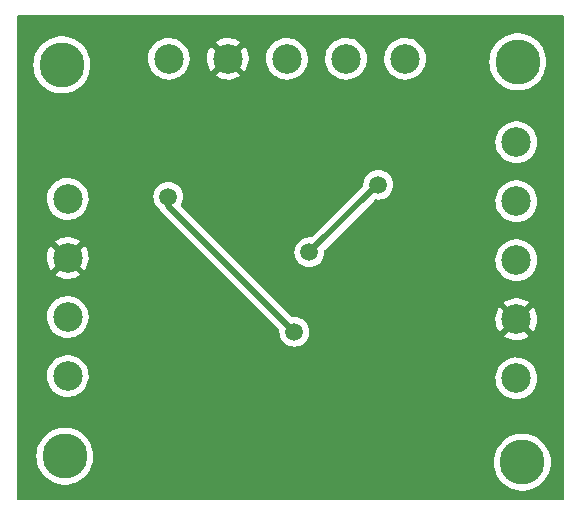
<source format=gbr>
%TF.GenerationSoftware,KiCad,Pcbnew,6.0.2+dfsg-1*%
%TF.CreationDate,2023-04-17T16:54:49+02:00*%
%TF.ProjectId,vl53l0x_conn_PCB,766c3533-6c30-4785-9f63-6f6e6e5f5043,rev?*%
%TF.SameCoordinates,Original*%
%TF.FileFunction,Copper,L1,Top*%
%TF.FilePolarity,Positive*%
%FSLAX46Y46*%
G04 Gerber Fmt 4.6, Leading zero omitted, Abs format (unit mm)*
G04 Created by KiCad (PCBNEW 6.0.2+dfsg-1) date 2023-04-17 16:54:49*
%MOMM*%
%LPD*%
G01*
G04 APERTURE LIST*
%TA.AperFunction,ComponentPad*%
%ADD10C,2.500000*%
%TD*%
%TA.AperFunction,ComponentPad*%
%ADD11C,3.800000*%
%TD*%
%TA.AperFunction,ViaPad*%
%ADD12C,1.500000*%
%TD*%
%TA.AperFunction,Conductor*%
%ADD13C,0.500000*%
%TD*%
G04 APERTURE END LIST*
D10*
%TO.P,J1,1,Pin_1*%
%TO.N,/XSHUT*%
X68961000Y-31943000D03*
%TO.P,J1,2,Pin_2*%
%TO.N,/SDA*%
X68961000Y-36943000D03*
%TO.P,J1,3,Pin_3*%
%TO.N,/SCL*%
X68961000Y-41943000D03*
%TO.P,J1,4,Pin_4*%
%TO.N,/GND*%
X68961000Y-46943000D03*
%TO.P,J1,5,Pin_5*%
%TO.N,/VCC*%
X68961000Y-51943000D03*
%TD*%
D11*
%TO.P,H3,3*%
%TO.N,N/C*%
X30734000Y-58547000D03*
%TD*%
D10*
%TO.P,J3,1,Pin_1*%
%TO.N,/VCC*%
X30988000Y-36751000D03*
%TO.P,J3,2,Pin_2*%
%TO.N,/GND*%
X30988000Y-41751000D03*
%TO.P,J3,3,Pin_3*%
%TO.N,/SCL*%
X30988000Y-46751000D03*
%TO.P,J3,4,Pin_4*%
%TO.N,/SDA*%
X30988000Y-51751000D03*
%TD*%
D11*
%TO.P,H4,2*%
%TO.N,N/C*%
X69088000Y-25146000D03*
%TD*%
%TO.P,H1,1*%
%TO.N,N/C*%
X30480000Y-25400000D03*
%TD*%
%TO.P,H2,4*%
%TO.N,N/C*%
X69469000Y-59055000D03*
%TD*%
D10*
%TO.P,J2,1,Pin_1*%
%TO.N,/VCC*%
X39545000Y-24892000D03*
%TO.P,J2,2,Pin_2*%
%TO.N,/GND*%
X44545000Y-24892000D03*
%TO.P,J2,3,Pin_3*%
%TO.N,/SCL*%
X49545000Y-24892000D03*
%TO.P,J2,4,Pin_4*%
%TO.N,/SDA*%
X54545000Y-24892000D03*
%TO.P,J2,5,Pin_5*%
%TO.N,/XSHUT*%
X59545000Y-24892000D03*
%TD*%
D12*
%TO.N,/VCC*%
X39497000Y-36576000D03*
X50165000Y-48006000D03*
%TO.N,/SDA*%
X57277000Y-35560000D03*
X51435000Y-41275000D03*
%TD*%
D13*
%TO.N,/VCC*%
X50165000Y-48006000D02*
X39497000Y-37338000D01*
X39497000Y-37338000D02*
X39497000Y-36576000D01*
%TO.N,/SDA*%
X51435000Y-41275000D02*
X57150000Y-35560000D01*
%TD*%
%TA.AperFunction,Conductor*%
%TO.N,/GND*%
G36*
X72967121Y-21229002D02*
G01*
X73013614Y-21282658D01*
X73025000Y-21335000D01*
X73025000Y-62104000D01*
X73004998Y-62172121D01*
X72951342Y-62218614D01*
X72899000Y-62230000D01*
X26796000Y-62230000D01*
X26727879Y-62209998D01*
X26681386Y-62156342D01*
X26670000Y-62104000D01*
X26670000Y-58547000D01*
X28320738Y-58547000D01*
X28339767Y-58849462D01*
X28396555Y-59147154D01*
X28490206Y-59435381D01*
X28619242Y-59709598D01*
X28781630Y-59965480D01*
X28974808Y-60198992D01*
X29195729Y-60406450D01*
X29440910Y-60584584D01*
X29706483Y-60730585D01*
X29710152Y-60732038D01*
X29710157Y-60732040D01*
X29984591Y-60840696D01*
X29988261Y-60842149D01*
X30281800Y-60917516D01*
X30582470Y-60955500D01*
X30885530Y-60955500D01*
X31186200Y-60917516D01*
X31479739Y-60842149D01*
X31483409Y-60840696D01*
X31757843Y-60732040D01*
X31757848Y-60732038D01*
X31761517Y-60730585D01*
X32027090Y-60584584D01*
X32272271Y-60406450D01*
X32493192Y-60198992D01*
X32686370Y-59965480D01*
X32848758Y-59709598D01*
X32977794Y-59435381D01*
X33071445Y-59147154D01*
X33089024Y-59055000D01*
X67055738Y-59055000D01*
X67074767Y-59357462D01*
X67131555Y-59655154D01*
X67225206Y-59943381D01*
X67226893Y-59946967D01*
X67226895Y-59946971D01*
X67279864Y-60059536D01*
X67354242Y-60217598D01*
X67516630Y-60473480D01*
X67709808Y-60706992D01*
X67930729Y-60914450D01*
X68175910Y-61092584D01*
X68441483Y-61238585D01*
X68445152Y-61240038D01*
X68445157Y-61240040D01*
X68719591Y-61348696D01*
X68723261Y-61350149D01*
X69016800Y-61425516D01*
X69317470Y-61463500D01*
X69620530Y-61463500D01*
X69921200Y-61425516D01*
X70214739Y-61350149D01*
X70218409Y-61348696D01*
X70492843Y-61240040D01*
X70492848Y-61240038D01*
X70496517Y-61238585D01*
X70762090Y-61092584D01*
X71007271Y-60914450D01*
X71228192Y-60706992D01*
X71421370Y-60473480D01*
X71583758Y-60217598D01*
X71658136Y-60059536D01*
X71711105Y-59946971D01*
X71711107Y-59946967D01*
X71712794Y-59943381D01*
X71806445Y-59655154D01*
X71863233Y-59357462D01*
X71882262Y-59055000D01*
X71863233Y-58752538D01*
X71806445Y-58454846D01*
X71712794Y-58166619D01*
X71583758Y-57892402D01*
X71421370Y-57636520D01*
X71228192Y-57403008D01*
X71007271Y-57195550D01*
X70762090Y-57017416D01*
X70496517Y-56871415D01*
X70492848Y-56869962D01*
X70492843Y-56869960D01*
X70218409Y-56761304D01*
X70218408Y-56761304D01*
X70214739Y-56759851D01*
X69921200Y-56684484D01*
X69620530Y-56646500D01*
X69317470Y-56646500D01*
X69016800Y-56684484D01*
X68723261Y-56759851D01*
X68719592Y-56761304D01*
X68719591Y-56761304D01*
X68445157Y-56869960D01*
X68445152Y-56869962D01*
X68441483Y-56871415D01*
X68175910Y-57017416D01*
X67930729Y-57195550D01*
X67709808Y-57403008D01*
X67516630Y-57636520D01*
X67354242Y-57892402D01*
X67225206Y-58166619D01*
X67131555Y-58454846D01*
X67074767Y-58752538D01*
X67055738Y-59055000D01*
X33089024Y-59055000D01*
X33128233Y-58849462D01*
X33147262Y-58547000D01*
X33128233Y-58244538D01*
X33071445Y-57946846D01*
X32977794Y-57658619D01*
X32965961Y-57633471D01*
X32857513Y-57403008D01*
X32848758Y-57384402D01*
X32686370Y-57128520D01*
X32493192Y-56895008D01*
X32272271Y-56687550D01*
X32027090Y-56509416D01*
X31761517Y-56363415D01*
X31757848Y-56361962D01*
X31757843Y-56361960D01*
X31483409Y-56253304D01*
X31483408Y-56253304D01*
X31479739Y-56251851D01*
X31186200Y-56176484D01*
X30885530Y-56138500D01*
X30582470Y-56138500D01*
X30281800Y-56176484D01*
X29988261Y-56251851D01*
X29984592Y-56253304D01*
X29984591Y-56253304D01*
X29710157Y-56361960D01*
X29710152Y-56361962D01*
X29706483Y-56363415D01*
X29440910Y-56509416D01*
X29195729Y-56687550D01*
X28974808Y-56895008D01*
X28781630Y-57128520D01*
X28619242Y-57384402D01*
X28610487Y-57403008D01*
X28502040Y-57633471D01*
X28490206Y-57658619D01*
X28396555Y-57946846D01*
X28339767Y-58244538D01*
X28320738Y-58547000D01*
X26670000Y-58547000D01*
X26670000Y-51704839D01*
X29225173Y-51704839D01*
X29237713Y-51965908D01*
X29288704Y-52222256D01*
X29377026Y-52468252D01*
X29379242Y-52472376D01*
X29480191Y-52660252D01*
X29500737Y-52698491D01*
X29503532Y-52702234D01*
X29503534Y-52702237D01*
X29654330Y-52904177D01*
X29654335Y-52904183D01*
X29657122Y-52907915D01*
X29660431Y-52911195D01*
X29660436Y-52911201D01*
X29839426Y-53088635D01*
X29842743Y-53091923D01*
X29846505Y-53094681D01*
X29846508Y-53094684D01*
X29986400Y-53197257D01*
X30053524Y-53246474D01*
X30057667Y-53248654D01*
X30057669Y-53248655D01*
X30280684Y-53365989D01*
X30280689Y-53365991D01*
X30284834Y-53368172D01*
X30531590Y-53454344D01*
X30536183Y-53455216D01*
X30783785Y-53502224D01*
X30783788Y-53502224D01*
X30788374Y-53503095D01*
X30918958Y-53508226D01*
X31044875Y-53513174D01*
X31044881Y-53513174D01*
X31049543Y-53513357D01*
X31128977Y-53504657D01*
X31304707Y-53485412D01*
X31304712Y-53485411D01*
X31309360Y-53484902D01*
X31422116Y-53455216D01*
X31557594Y-53419548D01*
X31557596Y-53419547D01*
X31562117Y-53418357D01*
X31802262Y-53315182D01*
X32024519Y-53177646D01*
X32028082Y-53174629D01*
X32028087Y-53174626D01*
X32220439Y-53011787D01*
X32220440Y-53011786D01*
X32224005Y-53008768D01*
X32324446Y-52894237D01*
X32393257Y-52815774D01*
X32393261Y-52815769D01*
X32396339Y-52812259D01*
X32416976Y-52780176D01*
X32535205Y-52596367D01*
X32537733Y-52592437D01*
X32645083Y-52354129D01*
X32716030Y-52102572D01*
X32732832Y-51970496D01*
X32742202Y-51896839D01*
X67198173Y-51896839D01*
X67198397Y-51901505D01*
X67198397Y-51901511D01*
X67201711Y-51970496D01*
X67210713Y-52157908D01*
X67261704Y-52414256D01*
X67350026Y-52660252D01*
X67352242Y-52664376D01*
X67416753Y-52784437D01*
X67473737Y-52890491D01*
X67476532Y-52894234D01*
X67476534Y-52894237D01*
X67627330Y-53096177D01*
X67627335Y-53096183D01*
X67630122Y-53099915D01*
X67633431Y-53103195D01*
X67633436Y-53103201D01*
X67780166Y-53248655D01*
X67815743Y-53283923D01*
X67819505Y-53286681D01*
X67819508Y-53286684D01*
X67996570Y-53416511D01*
X68026524Y-53438474D01*
X68030667Y-53440654D01*
X68030669Y-53440655D01*
X68253684Y-53557989D01*
X68253689Y-53557991D01*
X68257834Y-53560172D01*
X68504590Y-53646344D01*
X68509183Y-53647216D01*
X68756785Y-53694224D01*
X68756788Y-53694224D01*
X68761374Y-53695095D01*
X68891958Y-53700226D01*
X69017875Y-53705174D01*
X69017881Y-53705174D01*
X69022543Y-53705357D01*
X69101977Y-53696657D01*
X69277707Y-53677412D01*
X69277712Y-53677411D01*
X69282360Y-53676902D01*
X69395116Y-53647216D01*
X69530594Y-53611548D01*
X69530596Y-53611547D01*
X69535117Y-53610357D01*
X69775262Y-53507182D01*
X69918803Y-53418357D01*
X69993547Y-53372104D01*
X69993548Y-53372104D01*
X69997519Y-53369646D01*
X70001082Y-53366629D01*
X70001087Y-53366626D01*
X70193439Y-53203787D01*
X70193440Y-53203786D01*
X70197005Y-53200768D01*
X70288729Y-53096177D01*
X70366257Y-53007774D01*
X70366261Y-53007769D01*
X70369339Y-53004259D01*
X70510733Y-52784437D01*
X70618083Y-52546129D01*
X70656567Y-52409676D01*
X70687760Y-52299076D01*
X70687761Y-52299073D01*
X70689030Y-52294572D01*
X70705832Y-52162496D01*
X70721616Y-52038421D01*
X70721616Y-52038417D01*
X70722014Y-52035291D01*
X70724431Y-51943000D01*
X70707080Y-51709511D01*
X70705407Y-51687000D01*
X70705406Y-51686996D01*
X70705061Y-51682348D01*
X70693725Y-51632248D01*
X70660585Y-51485794D01*
X70647377Y-51427423D01*
X70552647Y-51183823D01*
X70422951Y-50956902D01*
X70261138Y-50751643D01*
X70070763Y-50572557D01*
X69856009Y-50423576D01*
X69851816Y-50421508D01*
X69625781Y-50310040D01*
X69625778Y-50310039D01*
X69621593Y-50307975D01*
X69575449Y-50293204D01*
X69377123Y-50229720D01*
X69372665Y-50228293D01*
X69114693Y-50186279D01*
X69000942Y-50184790D01*
X68858022Y-50182919D01*
X68858019Y-50182919D01*
X68853345Y-50182858D01*
X68594362Y-50218104D01*
X68589876Y-50219412D01*
X68589874Y-50219412D01*
X68538998Y-50234241D01*
X68343433Y-50291243D01*
X68339180Y-50293203D01*
X68339179Y-50293204D01*
X68302659Y-50310040D01*
X68106072Y-50400668D01*
X68067067Y-50426241D01*
X67891404Y-50541410D01*
X67891399Y-50541414D01*
X67887491Y-50543976D01*
X67692494Y-50718018D01*
X67525363Y-50918970D01*
X67389771Y-51142419D01*
X67288697Y-51383455D01*
X67224359Y-51636783D01*
X67198173Y-51896839D01*
X32742202Y-51896839D01*
X32748616Y-51846421D01*
X32748616Y-51846417D01*
X32749014Y-51843291D01*
X32751431Y-51751000D01*
X32732061Y-51490348D01*
X32720725Y-51440248D01*
X32675408Y-51239980D01*
X32674377Y-51235423D01*
X32579647Y-50991823D01*
X32449951Y-50764902D01*
X32288138Y-50559643D01*
X32097763Y-50380557D01*
X31883009Y-50231576D01*
X31858343Y-50219412D01*
X31652781Y-50118040D01*
X31652778Y-50118039D01*
X31648593Y-50115975D01*
X31602449Y-50101204D01*
X31404123Y-50037720D01*
X31399665Y-50036293D01*
X31141693Y-49994279D01*
X31027942Y-49992790D01*
X30885022Y-49990919D01*
X30885019Y-49990919D01*
X30880345Y-49990858D01*
X30621362Y-50026104D01*
X30370433Y-50099243D01*
X30366180Y-50101203D01*
X30366179Y-50101204D01*
X30329659Y-50118040D01*
X30133072Y-50208668D01*
X30094067Y-50234241D01*
X29918404Y-50349410D01*
X29918399Y-50349414D01*
X29914491Y-50351976D01*
X29719494Y-50526018D01*
X29552363Y-50726970D01*
X29549934Y-50730973D01*
X29433426Y-50922973D01*
X29416771Y-50950419D01*
X29315697Y-51191455D01*
X29251359Y-51444783D01*
X29225173Y-51704839D01*
X26670000Y-51704839D01*
X26670000Y-46704839D01*
X29225173Y-46704839D01*
X29237713Y-46965908D01*
X29288704Y-47222256D01*
X29377026Y-47468252D01*
X29379242Y-47472376D01*
X29443753Y-47592437D01*
X29500737Y-47698491D01*
X29503532Y-47702234D01*
X29503534Y-47702237D01*
X29654330Y-47904177D01*
X29654335Y-47904183D01*
X29657122Y-47907915D01*
X29660431Y-47911195D01*
X29660436Y-47911201D01*
X29839426Y-48088635D01*
X29842743Y-48091923D01*
X29846505Y-48094681D01*
X29846508Y-48094684D01*
X30017273Y-48219894D01*
X30053524Y-48246474D01*
X30057667Y-48248654D01*
X30057669Y-48248655D01*
X30280684Y-48365989D01*
X30280689Y-48365991D01*
X30284834Y-48368172D01*
X30294937Y-48371700D01*
X30491166Y-48440227D01*
X30531590Y-48454344D01*
X30536183Y-48455216D01*
X30783785Y-48502224D01*
X30783788Y-48502224D01*
X30788374Y-48503095D01*
X30918958Y-48508226D01*
X31044875Y-48513174D01*
X31044881Y-48513174D01*
X31049543Y-48513357D01*
X31132460Y-48504276D01*
X31304707Y-48485412D01*
X31304712Y-48485411D01*
X31309360Y-48484902D01*
X31422116Y-48455216D01*
X31557594Y-48419548D01*
X31557596Y-48419547D01*
X31562117Y-48418357D01*
X31802262Y-48315182D01*
X32024519Y-48177646D01*
X32028082Y-48174629D01*
X32028087Y-48174626D01*
X32220439Y-48011787D01*
X32220440Y-48011786D01*
X32224005Y-48008768D01*
X32324682Y-47893968D01*
X32393257Y-47815774D01*
X32393261Y-47815769D01*
X32396339Y-47812259D01*
X32537733Y-47592437D01*
X32645083Y-47354129D01*
X32699147Y-47162435D01*
X32714760Y-47107076D01*
X32714761Y-47107073D01*
X32716030Y-47102572D01*
X32724194Y-47038396D01*
X32748616Y-46846421D01*
X32748616Y-46846417D01*
X32749014Y-46843291D01*
X32749593Y-46821205D01*
X32750422Y-46789527D01*
X32751431Y-46751000D01*
X32747655Y-46700185D01*
X32732407Y-46495000D01*
X32732406Y-46494996D01*
X32732061Y-46490348D01*
X32720725Y-46440248D01*
X32675408Y-46239980D01*
X32674377Y-46235423D01*
X32579647Y-45991823D01*
X32562168Y-45961240D01*
X32452270Y-45768960D01*
X32449951Y-45764902D01*
X32288138Y-45559643D01*
X32097763Y-45380557D01*
X31883009Y-45231576D01*
X31878816Y-45229508D01*
X31652781Y-45118040D01*
X31652778Y-45118039D01*
X31648593Y-45115975D01*
X31602449Y-45101204D01*
X31404123Y-45037720D01*
X31399665Y-45036293D01*
X31141693Y-44994279D01*
X31027942Y-44992790D01*
X30885022Y-44990919D01*
X30885019Y-44990919D01*
X30880345Y-44990858D01*
X30621362Y-45026104D01*
X30370433Y-45099243D01*
X30366180Y-45101203D01*
X30366179Y-45101204D01*
X30329659Y-45118040D01*
X30133072Y-45208668D01*
X30094067Y-45234241D01*
X29918404Y-45349410D01*
X29918399Y-45349414D01*
X29914491Y-45351976D01*
X29910999Y-45355093D01*
X29724478Y-45521570D01*
X29719494Y-45526018D01*
X29552363Y-45726970D01*
X29549934Y-45730973D01*
X29433253Y-45923258D01*
X29416771Y-45950419D01*
X29315697Y-46191455D01*
X29251359Y-46444783D01*
X29225173Y-46704839D01*
X26670000Y-46704839D01*
X26670000Y-43160133D01*
X29943612Y-43160133D01*
X29952325Y-43171653D01*
X30050018Y-43243284D01*
X30057928Y-43248227D01*
X30280890Y-43365533D01*
X30289453Y-43369256D01*
X30527304Y-43452318D01*
X30536313Y-43454732D01*
X30783842Y-43501727D01*
X30793098Y-43502781D01*
X31044857Y-43512673D01*
X31054171Y-43512347D01*
X31304615Y-43484920D01*
X31313792Y-43483219D01*
X31557431Y-43419074D01*
X31566251Y-43416037D01*
X31797736Y-43316583D01*
X31806008Y-43312276D01*
X32020249Y-43179700D01*
X32027188Y-43174658D01*
X32035518Y-43162019D01*
X32029456Y-43151666D01*
X31000812Y-42123022D01*
X30986868Y-42115408D01*
X30985035Y-42115539D01*
X30978420Y-42119790D01*
X29950270Y-43147940D01*
X29943612Y-43160133D01*
X26670000Y-43160133D01*
X26670000Y-41709523D01*
X29225898Y-41709523D01*
X29237987Y-41961175D01*
X29239124Y-41970435D01*
X29288274Y-42217535D01*
X29290768Y-42226528D01*
X29375900Y-42463639D01*
X29379700Y-42472174D01*
X29498946Y-42694101D01*
X29503957Y-42701968D01*
X29567446Y-42786990D01*
X29578704Y-42795439D01*
X29591123Y-42788667D01*
X30615978Y-41763812D01*
X30622356Y-41752132D01*
X31352408Y-41752132D01*
X31352539Y-41753965D01*
X31356790Y-41760580D01*
X32387913Y-42791703D01*
X32400293Y-42798463D01*
X32408634Y-42792219D01*
X32534765Y-42596127D01*
X32539212Y-42587936D01*
X32642691Y-42358222D01*
X32645882Y-42349455D01*
X32714269Y-42106976D01*
X32716129Y-42097834D01*
X32748116Y-41846396D01*
X32748597Y-41840108D01*
X32750847Y-41754160D01*
X32750696Y-41747851D01*
X32731912Y-41495074D01*
X32730536Y-41485868D01*
X32674929Y-41240126D01*
X32672205Y-41231215D01*
X32580888Y-40996392D01*
X32576877Y-40987983D01*
X32451854Y-40769240D01*
X32446643Y-40761514D01*
X32409391Y-40714261D01*
X32397466Y-40705790D01*
X32385934Y-40712276D01*
X31360022Y-41738188D01*
X31352408Y-41752132D01*
X30622356Y-41752132D01*
X30623592Y-41749868D01*
X30623461Y-41748035D01*
X30619210Y-41741420D01*
X29589321Y-40711531D01*
X29576013Y-40704264D01*
X29565974Y-40711386D01*
X29555761Y-40723666D01*
X29550346Y-40731258D01*
X29419646Y-40946646D01*
X29415408Y-40954963D01*
X29317981Y-41187299D01*
X29315020Y-41196149D01*
X29253006Y-41440331D01*
X29251384Y-41449528D01*
X29226143Y-41700198D01*
X29225898Y-41709523D01*
X26670000Y-41709523D01*
X26670000Y-40339803D01*
X29941216Y-40339803D01*
X29945789Y-40349579D01*
X30975188Y-41378978D01*
X30989132Y-41386592D01*
X30990965Y-41386461D01*
X30997580Y-41382210D01*
X32026419Y-40353371D01*
X32032803Y-40341681D01*
X32023391Y-40329570D01*
X31886593Y-40234670D01*
X31878565Y-40229942D01*
X31652593Y-40118505D01*
X31643960Y-40115017D01*
X31403998Y-40038205D01*
X31394938Y-40036029D01*
X31146260Y-39995529D01*
X31136973Y-39994717D01*
X30885053Y-39991419D01*
X30875742Y-39991989D01*
X30626097Y-40025964D01*
X30616978Y-40027902D01*
X30375098Y-40098404D01*
X30366367Y-40101667D01*
X30137558Y-40207151D01*
X30129406Y-40211670D01*
X29950353Y-40329062D01*
X29941216Y-40339803D01*
X26670000Y-40339803D01*
X26670000Y-36704839D01*
X29225173Y-36704839D01*
X29225397Y-36709505D01*
X29225397Y-36709511D01*
X29230840Y-36822828D01*
X29237713Y-36965908D01*
X29288704Y-37222256D01*
X29377026Y-37468252D01*
X29379242Y-37472376D01*
X29494057Y-37686058D01*
X29500737Y-37698491D01*
X29503532Y-37702234D01*
X29503534Y-37702237D01*
X29654330Y-37904177D01*
X29654335Y-37904183D01*
X29657122Y-37907915D01*
X29660431Y-37911195D01*
X29660436Y-37911201D01*
X29839426Y-38088635D01*
X29842743Y-38091923D01*
X29846505Y-38094681D01*
X29846508Y-38094684D01*
X29986400Y-38197257D01*
X30053524Y-38246474D01*
X30057667Y-38248654D01*
X30057669Y-38248655D01*
X30280684Y-38365989D01*
X30280689Y-38365991D01*
X30284834Y-38368172D01*
X30531590Y-38454344D01*
X30536183Y-38455216D01*
X30783785Y-38502224D01*
X30783788Y-38502224D01*
X30788374Y-38503095D01*
X30918958Y-38508226D01*
X31044875Y-38513174D01*
X31044881Y-38513174D01*
X31049543Y-38513357D01*
X31128977Y-38504657D01*
X31304707Y-38485412D01*
X31304712Y-38485411D01*
X31309360Y-38484902D01*
X31422116Y-38455216D01*
X31557594Y-38419548D01*
X31557596Y-38419547D01*
X31562117Y-38418357D01*
X31802262Y-38315182D01*
X32024519Y-38177646D01*
X32028082Y-38174629D01*
X32028087Y-38174626D01*
X32220439Y-38011787D01*
X32220440Y-38011786D01*
X32224005Y-38008768D01*
X32324446Y-37894237D01*
X32393257Y-37815774D01*
X32393261Y-37815769D01*
X32396339Y-37812259D01*
X32402739Y-37802310D01*
X32535205Y-37596367D01*
X32537733Y-37592437D01*
X32645083Y-37354129D01*
X32646353Y-37349626D01*
X32714760Y-37107076D01*
X32714761Y-37107073D01*
X32716030Y-37102572D01*
X32732832Y-36970496D01*
X32748616Y-36846421D01*
X32748616Y-36846417D01*
X32749014Y-36843291D01*
X32749538Y-36823307D01*
X32751348Y-36754160D01*
X32751431Y-36751000D01*
X32738426Y-36576000D01*
X38233693Y-36576000D01*
X38252885Y-36795371D01*
X38309880Y-37008076D01*
X38312205Y-37013061D01*
X38400618Y-37202666D01*
X38400621Y-37202671D01*
X38402944Y-37207653D01*
X38406100Y-37212160D01*
X38406101Y-37212162D01*
X38505508Y-37354129D01*
X38529251Y-37388038D01*
X38684962Y-37543749D01*
X38755937Y-37593447D01*
X38798229Y-37644206D01*
X38800390Y-37648925D01*
X38802649Y-37655899D01*
X38806453Y-37662168D01*
X38808965Y-37667654D01*
X38811668Y-37673053D01*
X38814167Y-37679937D01*
X38818180Y-37686057D01*
X38818180Y-37686058D01*
X38854186Y-37740976D01*
X38856523Y-37744680D01*
X38894405Y-37807107D01*
X38898121Y-37811315D01*
X38898122Y-37811316D01*
X38901803Y-37815484D01*
X38901776Y-37815508D01*
X38904429Y-37818500D01*
X38907132Y-37821733D01*
X38911144Y-37827852D01*
X38916456Y-37832884D01*
X38967383Y-37881128D01*
X38969825Y-37883506D01*
X48875482Y-47789163D01*
X48909508Y-47851475D01*
X48911908Y-47889239D01*
X48903317Y-47987439D01*
X48901693Y-48006000D01*
X48920885Y-48225371D01*
X48977880Y-48438076D01*
X49010758Y-48508583D01*
X49068618Y-48632666D01*
X49068621Y-48632671D01*
X49070944Y-48637653D01*
X49074100Y-48642160D01*
X49074101Y-48642162D01*
X49117644Y-48704347D01*
X49197251Y-48818038D01*
X49352962Y-48973749D01*
X49533346Y-49100056D01*
X49732924Y-49193120D01*
X49945629Y-49250115D01*
X50165000Y-49269307D01*
X50384371Y-49250115D01*
X50597076Y-49193120D01*
X50796654Y-49100056D01*
X50977038Y-48973749D01*
X51132749Y-48818038D01*
X51212357Y-48704347D01*
X51255899Y-48642162D01*
X51255900Y-48642160D01*
X51259056Y-48637653D01*
X51261379Y-48632671D01*
X51261382Y-48632666D01*
X51319242Y-48508583D01*
X51352120Y-48438076D01*
X51375149Y-48352133D01*
X67916612Y-48352133D01*
X67925325Y-48363653D01*
X68023018Y-48435284D01*
X68030928Y-48440227D01*
X68253890Y-48557533D01*
X68262453Y-48561256D01*
X68500304Y-48644318D01*
X68509313Y-48646732D01*
X68756842Y-48693727D01*
X68766098Y-48694781D01*
X69017857Y-48704673D01*
X69027171Y-48704347D01*
X69277615Y-48676920D01*
X69286792Y-48675219D01*
X69530431Y-48611074D01*
X69539251Y-48608037D01*
X69770736Y-48508583D01*
X69779008Y-48504276D01*
X69993249Y-48371700D01*
X70000188Y-48366658D01*
X70008518Y-48354019D01*
X70002456Y-48343666D01*
X68973812Y-47315022D01*
X68959868Y-47307408D01*
X68958035Y-47307539D01*
X68951420Y-47311790D01*
X67923270Y-48339940D01*
X67916612Y-48352133D01*
X51375149Y-48352133D01*
X51409115Y-48225371D01*
X51428307Y-48006000D01*
X51409115Y-47786629D01*
X51352120Y-47573924D01*
X51304768Y-47472376D01*
X51261382Y-47379334D01*
X51261379Y-47379329D01*
X51259056Y-47374347D01*
X51206281Y-47298976D01*
X51135908Y-47198473D01*
X51135906Y-47198470D01*
X51132749Y-47193962D01*
X50977038Y-47038251D01*
X50796654Y-46911944D01*
X50774306Y-46901523D01*
X67198898Y-46901523D01*
X67210987Y-47153175D01*
X67212124Y-47162435D01*
X67261274Y-47409535D01*
X67263768Y-47418528D01*
X67348900Y-47655639D01*
X67352700Y-47664174D01*
X67471946Y-47886101D01*
X67476957Y-47893968D01*
X67540446Y-47978990D01*
X67551704Y-47987439D01*
X67564123Y-47980667D01*
X68588978Y-46955812D01*
X68595356Y-46944132D01*
X69325408Y-46944132D01*
X69325539Y-46945965D01*
X69329790Y-46952580D01*
X70360913Y-47983703D01*
X70373293Y-47990463D01*
X70381634Y-47984219D01*
X70507765Y-47788127D01*
X70512212Y-47779936D01*
X70615691Y-47550222D01*
X70618882Y-47541455D01*
X70687269Y-47298976D01*
X70689129Y-47289834D01*
X70721116Y-47038396D01*
X70721597Y-47032108D01*
X70723847Y-46946160D01*
X70723696Y-46939851D01*
X70704912Y-46687074D01*
X70703536Y-46677868D01*
X70647929Y-46432126D01*
X70645205Y-46423215D01*
X70553888Y-46188392D01*
X70549877Y-46179983D01*
X70424854Y-45961240D01*
X70419643Y-45953514D01*
X70382391Y-45906261D01*
X70370466Y-45897790D01*
X70358934Y-45904276D01*
X69333022Y-46930188D01*
X69325408Y-46944132D01*
X68595356Y-46944132D01*
X68596592Y-46941868D01*
X68596461Y-46940035D01*
X68592210Y-46933420D01*
X67562321Y-45903531D01*
X67549013Y-45896264D01*
X67538974Y-45903386D01*
X67528761Y-45915666D01*
X67523346Y-45923258D01*
X67392646Y-46138646D01*
X67388408Y-46146963D01*
X67290981Y-46379299D01*
X67288020Y-46388149D01*
X67226006Y-46632331D01*
X67224384Y-46641528D01*
X67199143Y-46892198D01*
X67198898Y-46901523D01*
X50774306Y-46901523D01*
X50597076Y-46818880D01*
X50384371Y-46761885D01*
X50165000Y-46742693D01*
X50159525Y-46743172D01*
X50159524Y-46743172D01*
X50048239Y-46752908D01*
X49978635Y-46738919D01*
X49948163Y-46716482D01*
X48763484Y-45531803D01*
X67914216Y-45531803D01*
X67918789Y-45541579D01*
X68948188Y-46570978D01*
X68962132Y-46578592D01*
X68963965Y-46578461D01*
X68970580Y-46574210D01*
X69999419Y-45545371D01*
X70005803Y-45533681D01*
X69996391Y-45521570D01*
X69859593Y-45426670D01*
X69851565Y-45421942D01*
X69625593Y-45310505D01*
X69616960Y-45307017D01*
X69376998Y-45230205D01*
X69367938Y-45228029D01*
X69119260Y-45187529D01*
X69109973Y-45186717D01*
X68858053Y-45183419D01*
X68848742Y-45183989D01*
X68599097Y-45217964D01*
X68589978Y-45219902D01*
X68348098Y-45290404D01*
X68339367Y-45293667D01*
X68110558Y-45399151D01*
X68102406Y-45403670D01*
X67923353Y-45521062D01*
X67914216Y-45531803D01*
X48763484Y-45531803D01*
X44506681Y-41275000D01*
X50171693Y-41275000D01*
X50190885Y-41494371D01*
X50247880Y-41707076D01*
X50291415Y-41800438D01*
X50338618Y-41901666D01*
X50338621Y-41901671D01*
X50340944Y-41906653D01*
X50344100Y-41911160D01*
X50344101Y-41911162D01*
X50385605Y-41970435D01*
X50467251Y-42087038D01*
X50622962Y-42242749D01*
X50803346Y-42369056D01*
X51002924Y-42462120D01*
X51215629Y-42519115D01*
X51435000Y-42538307D01*
X51654371Y-42519115D01*
X51867076Y-42462120D01*
X52066654Y-42369056D01*
X52247038Y-42242749D01*
X52402749Y-42087038D01*
X52484396Y-41970435D01*
X52525899Y-41911162D01*
X52525900Y-41911160D01*
X52529056Y-41906653D01*
X52531379Y-41901671D01*
X52531382Y-41901666D01*
X52533633Y-41896839D01*
X67198173Y-41896839D01*
X67198397Y-41901505D01*
X67198397Y-41901511D01*
X67198644Y-41906653D01*
X67210713Y-42157908D01*
X67261704Y-42414256D01*
X67350026Y-42660252D01*
X67352242Y-42664376D01*
X67416753Y-42784437D01*
X67473737Y-42890491D01*
X67476532Y-42894234D01*
X67476534Y-42894237D01*
X67627330Y-43096177D01*
X67627335Y-43096183D01*
X67630122Y-43099915D01*
X67633431Y-43103195D01*
X67633436Y-43103201D01*
X67779734Y-43248227D01*
X67815743Y-43283923D01*
X67819505Y-43286681D01*
X67819508Y-43286684D01*
X68022750Y-43435707D01*
X68026524Y-43438474D01*
X68030667Y-43440654D01*
X68030669Y-43440655D01*
X68253684Y-43557989D01*
X68253689Y-43557991D01*
X68257834Y-43560172D01*
X68504590Y-43646344D01*
X68509183Y-43647216D01*
X68756785Y-43694224D01*
X68756788Y-43694224D01*
X68761374Y-43695095D01*
X68891959Y-43700226D01*
X69017875Y-43705174D01*
X69017881Y-43705174D01*
X69022543Y-43705357D01*
X69101977Y-43696657D01*
X69277707Y-43677412D01*
X69277712Y-43677411D01*
X69282360Y-43676902D01*
X69395116Y-43647216D01*
X69530594Y-43611548D01*
X69530596Y-43611547D01*
X69535117Y-43610357D01*
X69775262Y-43507182D01*
X69997519Y-43369646D01*
X70001082Y-43366629D01*
X70001087Y-43366626D01*
X70193439Y-43203787D01*
X70193440Y-43203786D01*
X70197005Y-43200768D01*
X70288729Y-43096177D01*
X70366257Y-43007774D01*
X70366261Y-43007769D01*
X70369339Y-43004259D01*
X70510733Y-42784437D01*
X70618083Y-42546129D01*
X70656567Y-42409676D01*
X70687760Y-42299076D01*
X70687761Y-42299073D01*
X70689030Y-42294572D01*
X70705832Y-42162496D01*
X70721616Y-42038421D01*
X70721616Y-42038417D01*
X70722014Y-42035291D01*
X70724431Y-41943000D01*
X70710079Y-41749868D01*
X70705407Y-41687000D01*
X70705406Y-41686996D01*
X70705061Y-41682348D01*
X70693725Y-41632248D01*
X70648408Y-41431980D01*
X70647377Y-41427423D01*
X70590233Y-41280475D01*
X70554340Y-41188176D01*
X70554339Y-41188173D01*
X70552647Y-41183823D01*
X70422951Y-40956902D01*
X70261138Y-40751643D01*
X70070763Y-40572557D01*
X69856009Y-40423576D01*
X69851816Y-40421508D01*
X69625781Y-40310040D01*
X69625778Y-40310039D01*
X69621593Y-40307975D01*
X69609463Y-40304092D01*
X69377123Y-40229720D01*
X69372665Y-40228293D01*
X69114693Y-40186279D01*
X69000942Y-40184790D01*
X68858022Y-40182919D01*
X68858019Y-40182919D01*
X68853345Y-40182858D01*
X68594362Y-40218104D01*
X68589876Y-40219412D01*
X68589874Y-40219412D01*
X68522336Y-40239098D01*
X68343433Y-40291243D01*
X68339180Y-40293203D01*
X68339179Y-40293204D01*
X68302659Y-40310040D01*
X68106072Y-40400668D01*
X68067067Y-40426241D01*
X67891404Y-40541410D01*
X67891399Y-40541414D01*
X67887491Y-40543976D01*
X67776156Y-40643347D01*
X67699925Y-40711386D01*
X67692494Y-40718018D01*
X67525363Y-40918970D01*
X67522934Y-40922973D01*
X67440899Y-41058163D01*
X67389771Y-41142419D01*
X67288697Y-41383455D01*
X67224359Y-41636783D01*
X67223891Y-41641434D01*
X67223890Y-41641438D01*
X67216779Y-41712061D01*
X67198173Y-41896839D01*
X52533633Y-41896839D01*
X52578585Y-41800438D01*
X52622120Y-41707076D01*
X52679115Y-41494371D01*
X52698307Y-41275000D01*
X52694476Y-41231215D01*
X52688092Y-41158239D01*
X52702081Y-41088635D01*
X52724518Y-41058163D01*
X56885842Y-36896839D01*
X67198173Y-36896839D01*
X67198397Y-36901505D01*
X67198397Y-36901511D01*
X67204443Y-37027374D01*
X67210713Y-37157908D01*
X67261704Y-37414256D01*
X67350026Y-37660252D01*
X67352242Y-37664376D01*
X67469325Y-37882279D01*
X67473737Y-37890491D01*
X67476532Y-37894234D01*
X67476534Y-37894237D01*
X67627330Y-38096177D01*
X67627335Y-38096183D01*
X67630122Y-38099915D01*
X67633431Y-38103195D01*
X67633436Y-38103201D01*
X67780166Y-38248655D01*
X67815743Y-38283923D01*
X67819505Y-38286681D01*
X67819508Y-38286684D01*
X67996570Y-38416511D01*
X68026524Y-38438474D01*
X68030667Y-38440654D01*
X68030669Y-38440655D01*
X68253684Y-38557989D01*
X68253689Y-38557991D01*
X68257834Y-38560172D01*
X68504590Y-38646344D01*
X68509183Y-38647216D01*
X68756785Y-38694224D01*
X68756788Y-38694224D01*
X68761374Y-38695095D01*
X68891959Y-38700226D01*
X69017875Y-38705174D01*
X69017881Y-38705174D01*
X69022543Y-38705357D01*
X69101977Y-38696657D01*
X69277707Y-38677412D01*
X69277712Y-38677411D01*
X69282360Y-38676902D01*
X69395116Y-38647216D01*
X69530594Y-38611548D01*
X69530596Y-38611547D01*
X69535117Y-38610357D01*
X69775262Y-38507182D01*
X69918803Y-38418357D01*
X69993547Y-38372104D01*
X69993548Y-38372104D01*
X69997519Y-38369646D01*
X70001082Y-38366629D01*
X70001087Y-38366626D01*
X70193439Y-38203787D01*
X70193440Y-38203786D01*
X70197005Y-38200768D01*
X70288729Y-38096177D01*
X70366257Y-38007774D01*
X70366261Y-38007769D01*
X70369339Y-38004259D01*
X70510733Y-37784437D01*
X70618083Y-37546129D01*
X70667292Y-37371650D01*
X70687760Y-37299076D01*
X70687761Y-37299073D01*
X70689030Y-37294572D01*
X70705832Y-37162496D01*
X70721616Y-37038421D01*
X70721616Y-37038417D01*
X70722014Y-37035291D01*
X70724431Y-36943000D01*
X70709929Y-36747851D01*
X70705407Y-36687000D01*
X70705406Y-36686996D01*
X70705061Y-36682348D01*
X70699186Y-36656381D01*
X70660585Y-36485794D01*
X70647377Y-36427423D01*
X70571020Y-36231069D01*
X70554340Y-36188176D01*
X70554339Y-36188173D01*
X70552647Y-36183823D01*
X70422951Y-35956902D01*
X70261138Y-35751643D01*
X70070763Y-35572557D01*
X69856009Y-35423576D01*
X69851816Y-35421508D01*
X69625781Y-35310040D01*
X69625778Y-35310039D01*
X69621593Y-35307975D01*
X69575449Y-35293204D01*
X69377123Y-35229720D01*
X69372665Y-35228293D01*
X69114693Y-35186279D01*
X69000942Y-35184790D01*
X68858022Y-35182919D01*
X68858019Y-35182919D01*
X68853345Y-35182858D01*
X68594362Y-35218104D01*
X68589876Y-35219412D01*
X68589874Y-35219412D01*
X68538998Y-35234241D01*
X68343433Y-35291243D01*
X68339180Y-35293203D01*
X68339179Y-35293204D01*
X68302659Y-35310040D01*
X68106072Y-35400668D01*
X68067067Y-35426241D01*
X67891404Y-35541410D01*
X67891399Y-35541414D01*
X67887491Y-35543976D01*
X67692494Y-35718018D01*
X67525363Y-35918970D01*
X67389771Y-36142419D01*
X67288697Y-36383455D01*
X67224359Y-36636783D01*
X67223891Y-36641434D01*
X67223890Y-36641438D01*
X67220229Y-36677794D01*
X67198173Y-36896839D01*
X56885842Y-36896839D01*
X56944450Y-36838231D01*
X57006762Y-36804205D01*
X57054436Y-36803260D01*
X57057629Y-36804115D01*
X57063092Y-36804593D01*
X57063098Y-36804594D01*
X57271525Y-36822828D01*
X57277000Y-36823307D01*
X57496371Y-36804115D01*
X57709076Y-36747120D01*
X57908654Y-36654056D01*
X58089038Y-36527749D01*
X58244749Y-36372038D01*
X58251704Y-36362106D01*
X58367899Y-36196162D01*
X58367900Y-36196160D01*
X58371056Y-36191653D01*
X58373379Y-36186671D01*
X58373382Y-36186666D01*
X58461795Y-35997061D01*
X58464120Y-35992076D01*
X58521115Y-35779371D01*
X58540307Y-35560000D01*
X58521115Y-35340629D01*
X58464120Y-35127924D01*
X58400205Y-34990858D01*
X58373382Y-34933334D01*
X58373379Y-34933329D01*
X58371056Y-34928347D01*
X58244749Y-34747962D01*
X58089038Y-34592251D01*
X57908654Y-34465944D01*
X57709076Y-34372880D01*
X57496371Y-34315885D01*
X57277000Y-34296693D01*
X57057629Y-34315885D01*
X56844924Y-34372880D01*
X56751562Y-34416415D01*
X56650334Y-34463618D01*
X56650329Y-34463621D01*
X56645347Y-34465944D01*
X56640840Y-34469100D01*
X56640838Y-34469101D01*
X56469473Y-34589092D01*
X56469470Y-34589094D01*
X56464962Y-34592251D01*
X56309251Y-34747962D01*
X56182944Y-34928347D01*
X56180621Y-34933329D01*
X56180618Y-34933334D01*
X56153795Y-34990858D01*
X56089880Y-35127924D01*
X56032885Y-35340629D01*
X56032406Y-35346106D01*
X56016352Y-35529611D01*
X56013693Y-35560000D01*
X56014173Y-35565482D01*
X56014173Y-35570950D01*
X55994174Y-35639072D01*
X55977268Y-35660051D01*
X51651837Y-39985482D01*
X51589525Y-40019508D01*
X51551761Y-40021908D01*
X51440476Y-40012172D01*
X51440475Y-40012172D01*
X51435000Y-40011693D01*
X51215629Y-40030885D01*
X51002924Y-40087880D01*
X50909562Y-40131415D01*
X50808334Y-40178618D01*
X50808329Y-40178621D01*
X50803347Y-40180944D01*
X50798840Y-40184100D01*
X50798838Y-40184101D01*
X50627473Y-40304092D01*
X50627470Y-40304094D01*
X50622962Y-40307251D01*
X50467251Y-40462962D01*
X50464094Y-40467470D01*
X50464092Y-40467473D01*
X50388267Y-40575763D01*
X50340944Y-40643347D01*
X50338621Y-40648329D01*
X50338618Y-40648334D01*
X50291937Y-40748443D01*
X50247880Y-40842924D01*
X50190885Y-41055629D01*
X50171693Y-41275000D01*
X44506681Y-41275000D01*
X40603331Y-37371650D01*
X40569305Y-37309338D01*
X40574370Y-37238523D01*
X40585592Y-37217178D01*
X40585150Y-37216923D01*
X40587900Y-37212160D01*
X40591056Y-37207653D01*
X40593379Y-37202671D01*
X40593382Y-37202666D01*
X40681795Y-37013061D01*
X40684120Y-37008076D01*
X40741115Y-36795371D01*
X40760307Y-36576000D01*
X40741115Y-36356629D01*
X40684120Y-36143924D01*
X40615224Y-35996176D01*
X40593382Y-35949334D01*
X40593379Y-35949329D01*
X40591056Y-35944347D01*
X40475539Y-35779371D01*
X40467908Y-35768473D01*
X40467906Y-35768470D01*
X40464749Y-35763962D01*
X40309038Y-35608251D01*
X40244858Y-35563311D01*
X40187149Y-35522903D01*
X40128654Y-35481944D01*
X39929076Y-35388880D01*
X39716371Y-35331885D01*
X39497000Y-35312693D01*
X39277629Y-35331885D01*
X39064924Y-35388880D01*
X38994953Y-35421508D01*
X38870334Y-35479618D01*
X38870329Y-35479621D01*
X38865347Y-35481944D01*
X38860840Y-35485100D01*
X38860838Y-35485101D01*
X38689473Y-35605092D01*
X38689470Y-35605094D01*
X38684962Y-35608251D01*
X38529251Y-35763962D01*
X38526094Y-35768470D01*
X38526092Y-35768473D01*
X38518461Y-35779371D01*
X38402944Y-35944347D01*
X38400621Y-35949329D01*
X38400618Y-35949334D01*
X38378776Y-35996176D01*
X38309880Y-36143924D01*
X38252885Y-36356629D01*
X38233693Y-36576000D01*
X32738426Y-36576000D01*
X32735075Y-36530908D01*
X32732407Y-36495000D01*
X32732406Y-36494996D01*
X32732061Y-36490348D01*
X32720725Y-36440248D01*
X32675408Y-36239980D01*
X32674377Y-36235423D01*
X32672684Y-36231069D01*
X32581340Y-35996176D01*
X32581339Y-35996173D01*
X32579647Y-35991823D01*
X32449951Y-35764902D01*
X32288138Y-35559643D01*
X32097763Y-35380557D01*
X31883009Y-35231576D01*
X31858343Y-35219412D01*
X31652781Y-35118040D01*
X31652778Y-35118039D01*
X31648593Y-35115975D01*
X31602449Y-35101204D01*
X31404123Y-35037720D01*
X31399665Y-35036293D01*
X31141693Y-34994279D01*
X31027942Y-34992790D01*
X30885022Y-34990919D01*
X30885019Y-34990919D01*
X30880345Y-34990858D01*
X30621362Y-35026104D01*
X30370433Y-35099243D01*
X30366180Y-35101203D01*
X30366179Y-35101204D01*
X30329659Y-35118040D01*
X30133072Y-35208668D01*
X30094067Y-35234241D01*
X29918404Y-35349410D01*
X29918399Y-35349414D01*
X29914491Y-35351976D01*
X29719494Y-35526018D01*
X29552363Y-35726970D01*
X29549934Y-35730973D01*
X29420456Y-35944347D01*
X29416771Y-35950419D01*
X29315697Y-36191455D01*
X29251359Y-36444783D01*
X29225173Y-36704839D01*
X26670000Y-36704839D01*
X26670000Y-31896839D01*
X67198173Y-31896839D01*
X67210713Y-32157908D01*
X67261704Y-32414256D01*
X67350026Y-32660252D01*
X67352242Y-32664376D01*
X67416753Y-32784437D01*
X67473737Y-32890491D01*
X67476532Y-32894234D01*
X67476534Y-32894237D01*
X67627330Y-33096177D01*
X67627335Y-33096183D01*
X67630122Y-33099915D01*
X67633431Y-33103195D01*
X67633436Y-33103201D01*
X67812426Y-33280635D01*
X67815743Y-33283923D01*
X67819505Y-33286681D01*
X67819508Y-33286684D01*
X68022750Y-33435707D01*
X68026524Y-33438474D01*
X68030667Y-33440654D01*
X68030669Y-33440655D01*
X68253684Y-33557989D01*
X68253689Y-33557991D01*
X68257834Y-33560172D01*
X68504590Y-33646344D01*
X68509183Y-33647216D01*
X68756785Y-33694224D01*
X68756788Y-33694224D01*
X68761374Y-33695095D01*
X68891958Y-33700226D01*
X69017875Y-33705174D01*
X69017881Y-33705174D01*
X69022543Y-33705357D01*
X69101977Y-33696657D01*
X69277707Y-33677412D01*
X69277712Y-33677411D01*
X69282360Y-33676902D01*
X69395116Y-33647216D01*
X69530594Y-33611548D01*
X69530596Y-33611547D01*
X69535117Y-33610357D01*
X69775262Y-33507182D01*
X69997519Y-33369646D01*
X70001082Y-33366629D01*
X70001087Y-33366626D01*
X70193439Y-33203787D01*
X70193440Y-33203786D01*
X70197005Y-33200768D01*
X70288729Y-33096177D01*
X70366257Y-33007774D01*
X70366261Y-33007769D01*
X70369339Y-33004259D01*
X70510733Y-32784437D01*
X70618083Y-32546129D01*
X70689030Y-32294572D01*
X70705832Y-32162496D01*
X70721616Y-32038421D01*
X70721616Y-32038417D01*
X70722014Y-32035291D01*
X70724431Y-31943000D01*
X70705061Y-31682348D01*
X70693725Y-31632248D01*
X70648408Y-31431980D01*
X70647377Y-31427423D01*
X70552647Y-31183823D01*
X70422951Y-30956902D01*
X70261138Y-30751643D01*
X70070763Y-30572557D01*
X69856009Y-30423576D01*
X69851816Y-30421508D01*
X69625781Y-30310040D01*
X69625778Y-30310039D01*
X69621593Y-30307975D01*
X69575449Y-30293204D01*
X69377123Y-30229720D01*
X69372665Y-30228293D01*
X69114693Y-30186279D01*
X69000942Y-30184790D01*
X68858022Y-30182919D01*
X68858019Y-30182919D01*
X68853345Y-30182858D01*
X68594362Y-30218104D01*
X68343433Y-30291243D01*
X68339180Y-30293203D01*
X68339179Y-30293204D01*
X68302659Y-30310040D01*
X68106072Y-30400668D01*
X68067067Y-30426241D01*
X67891404Y-30541410D01*
X67891399Y-30541414D01*
X67887491Y-30543976D01*
X67692494Y-30718018D01*
X67525363Y-30918970D01*
X67389771Y-31142419D01*
X67288697Y-31383455D01*
X67224359Y-31636783D01*
X67198173Y-31896839D01*
X26670000Y-31896839D01*
X26670000Y-25400000D01*
X28066738Y-25400000D01*
X28085767Y-25702462D01*
X28142555Y-26000154D01*
X28159466Y-26052201D01*
X28218187Y-26232923D01*
X28236206Y-26288381D01*
X28237893Y-26291967D01*
X28237895Y-26291971D01*
X28251414Y-26320700D01*
X28365242Y-26562598D01*
X28367366Y-26565944D01*
X28367366Y-26565945D01*
X28386577Y-26596216D01*
X28527630Y-26818480D01*
X28720808Y-27051992D01*
X28941729Y-27259450D01*
X29186910Y-27437584D01*
X29190379Y-27439491D01*
X29190382Y-27439493D01*
X29331390Y-27517013D01*
X29452483Y-27583585D01*
X29456152Y-27585038D01*
X29456157Y-27585040D01*
X29730591Y-27693696D01*
X29734261Y-27695149D01*
X30027800Y-27770516D01*
X30328470Y-27808500D01*
X30631530Y-27808500D01*
X30932200Y-27770516D01*
X31225739Y-27695149D01*
X31229409Y-27693696D01*
X31503843Y-27585040D01*
X31503848Y-27585038D01*
X31507517Y-27583585D01*
X31628610Y-27517013D01*
X31769618Y-27439493D01*
X31769621Y-27439491D01*
X31773090Y-27437584D01*
X32018271Y-27259450D01*
X32239192Y-27051992D01*
X32432370Y-26818480D01*
X32573423Y-26596216D01*
X32592634Y-26565945D01*
X32592634Y-26565944D01*
X32594758Y-26562598D01*
X32708586Y-26320700D01*
X32722105Y-26291971D01*
X32722107Y-26291967D01*
X32723794Y-26288381D01*
X32741814Y-26232923D01*
X32800534Y-26052201D01*
X32817445Y-26000154D01*
X32874233Y-25702462D01*
X32893262Y-25400000D01*
X32874233Y-25097538D01*
X32826219Y-24845839D01*
X37782173Y-24845839D01*
X37782397Y-24850505D01*
X37782397Y-24850511D01*
X37788443Y-24976373D01*
X37794713Y-25106908D01*
X37845704Y-25363256D01*
X37934026Y-25609252D01*
X37936242Y-25613376D01*
X38007586Y-25746154D01*
X38057737Y-25839491D01*
X38060532Y-25843234D01*
X38060534Y-25843237D01*
X38211330Y-26045177D01*
X38211335Y-26045183D01*
X38214122Y-26048915D01*
X38217431Y-26052195D01*
X38217436Y-26052201D01*
X38396426Y-26229635D01*
X38399743Y-26232923D01*
X38403505Y-26235681D01*
X38403508Y-26235684D01*
X38606173Y-26384284D01*
X38610524Y-26387474D01*
X38614667Y-26389654D01*
X38614669Y-26389655D01*
X38837684Y-26506989D01*
X38837689Y-26506991D01*
X38841834Y-26509172D01*
X39088590Y-26595344D01*
X39093183Y-26596216D01*
X39340785Y-26643224D01*
X39340788Y-26643224D01*
X39345374Y-26644095D01*
X39475959Y-26649226D01*
X39601875Y-26654174D01*
X39601881Y-26654174D01*
X39606543Y-26654357D01*
X39685977Y-26645657D01*
X39861707Y-26626412D01*
X39861712Y-26626411D01*
X39866360Y-26625902D01*
X39979116Y-26596216D01*
X40114594Y-26560548D01*
X40114596Y-26560547D01*
X40119117Y-26559357D01*
X40359262Y-26456182D01*
X40581519Y-26318646D01*
X40585082Y-26315629D01*
X40585087Y-26315626D01*
X40602207Y-26301133D01*
X43500612Y-26301133D01*
X43509325Y-26312653D01*
X43607018Y-26384284D01*
X43614928Y-26389227D01*
X43837890Y-26506533D01*
X43846453Y-26510256D01*
X44084304Y-26593318D01*
X44093313Y-26595732D01*
X44340842Y-26642727D01*
X44350098Y-26643781D01*
X44601857Y-26653673D01*
X44611171Y-26653347D01*
X44861615Y-26625920D01*
X44870792Y-26624219D01*
X45114431Y-26560074D01*
X45123251Y-26557037D01*
X45354736Y-26457583D01*
X45363008Y-26453276D01*
X45577249Y-26320700D01*
X45584188Y-26315658D01*
X45592518Y-26303019D01*
X45586456Y-26292666D01*
X44557812Y-25264022D01*
X44543868Y-25256408D01*
X44542035Y-25256539D01*
X44535420Y-25260790D01*
X43507270Y-26288940D01*
X43500612Y-26301133D01*
X40602207Y-26301133D01*
X40777439Y-26152787D01*
X40777440Y-26152786D01*
X40781005Y-26149768D01*
X40872729Y-26045177D01*
X40950257Y-25956774D01*
X40950261Y-25956769D01*
X40953339Y-25953259D01*
X41094733Y-25733437D01*
X41202083Y-25495129D01*
X41240607Y-25358535D01*
X41271760Y-25248076D01*
X41271761Y-25248073D01*
X41273030Y-25243572D01*
X41284939Y-25149958D01*
X41305616Y-24987421D01*
X41305616Y-24987417D01*
X41306014Y-24984291D01*
X41306098Y-24981108D01*
X41308348Y-24895160D01*
X41308431Y-24892000D01*
X41305349Y-24850523D01*
X42782898Y-24850523D01*
X42794987Y-25102175D01*
X42796124Y-25111435D01*
X42845274Y-25358535D01*
X42847768Y-25367528D01*
X42932900Y-25604639D01*
X42936700Y-25613174D01*
X43055946Y-25835101D01*
X43060957Y-25842968D01*
X43124446Y-25927990D01*
X43135704Y-25936439D01*
X43148123Y-25929667D01*
X44172978Y-24904812D01*
X44179356Y-24893132D01*
X44909408Y-24893132D01*
X44909539Y-24894965D01*
X44913790Y-24901580D01*
X45944913Y-25932703D01*
X45957293Y-25939463D01*
X45965634Y-25933219D01*
X46091765Y-25737127D01*
X46096212Y-25728936D01*
X46199691Y-25499222D01*
X46202882Y-25490455D01*
X46271269Y-25247976D01*
X46273129Y-25238834D01*
X46305116Y-24987396D01*
X46305597Y-24981108D01*
X46307847Y-24895160D01*
X46307696Y-24888851D01*
X46304500Y-24845839D01*
X47782173Y-24845839D01*
X47782397Y-24850505D01*
X47782397Y-24850511D01*
X47788443Y-24976373D01*
X47794713Y-25106908D01*
X47845704Y-25363256D01*
X47934026Y-25609252D01*
X47936242Y-25613376D01*
X48007586Y-25746154D01*
X48057737Y-25839491D01*
X48060532Y-25843234D01*
X48060534Y-25843237D01*
X48211330Y-26045177D01*
X48211335Y-26045183D01*
X48214122Y-26048915D01*
X48217431Y-26052195D01*
X48217436Y-26052201D01*
X48396426Y-26229635D01*
X48399743Y-26232923D01*
X48403505Y-26235681D01*
X48403508Y-26235684D01*
X48606173Y-26384284D01*
X48610524Y-26387474D01*
X48614667Y-26389654D01*
X48614669Y-26389655D01*
X48837684Y-26506989D01*
X48837689Y-26506991D01*
X48841834Y-26509172D01*
X49088590Y-26595344D01*
X49093183Y-26596216D01*
X49340785Y-26643224D01*
X49340788Y-26643224D01*
X49345374Y-26644095D01*
X49475959Y-26649226D01*
X49601875Y-26654174D01*
X49601881Y-26654174D01*
X49606543Y-26654357D01*
X49685977Y-26645657D01*
X49861707Y-26626412D01*
X49861712Y-26626411D01*
X49866360Y-26625902D01*
X49979116Y-26596216D01*
X50114594Y-26560548D01*
X50114596Y-26560547D01*
X50119117Y-26559357D01*
X50359262Y-26456182D01*
X50581519Y-26318646D01*
X50585082Y-26315629D01*
X50585087Y-26315626D01*
X50777439Y-26152787D01*
X50777440Y-26152786D01*
X50781005Y-26149768D01*
X50872729Y-26045177D01*
X50950257Y-25956774D01*
X50950261Y-25956769D01*
X50953339Y-25953259D01*
X51094733Y-25733437D01*
X51202083Y-25495129D01*
X51240607Y-25358535D01*
X51271760Y-25248076D01*
X51271761Y-25248073D01*
X51273030Y-25243572D01*
X51284939Y-25149958D01*
X51305616Y-24987421D01*
X51305616Y-24987417D01*
X51306014Y-24984291D01*
X51306098Y-24981108D01*
X51308348Y-24895160D01*
X51308431Y-24892000D01*
X51305001Y-24845839D01*
X52782173Y-24845839D01*
X52782397Y-24850505D01*
X52782397Y-24850511D01*
X52788443Y-24976373D01*
X52794713Y-25106908D01*
X52845704Y-25363256D01*
X52934026Y-25609252D01*
X52936242Y-25613376D01*
X53007586Y-25746154D01*
X53057737Y-25839491D01*
X53060532Y-25843234D01*
X53060534Y-25843237D01*
X53211330Y-26045177D01*
X53211335Y-26045183D01*
X53214122Y-26048915D01*
X53217431Y-26052195D01*
X53217436Y-26052201D01*
X53396426Y-26229635D01*
X53399743Y-26232923D01*
X53403505Y-26235681D01*
X53403508Y-26235684D01*
X53606173Y-26384284D01*
X53610524Y-26387474D01*
X53614667Y-26389654D01*
X53614669Y-26389655D01*
X53837684Y-26506989D01*
X53837689Y-26506991D01*
X53841834Y-26509172D01*
X54088590Y-26595344D01*
X54093183Y-26596216D01*
X54340785Y-26643224D01*
X54340788Y-26643224D01*
X54345374Y-26644095D01*
X54475959Y-26649226D01*
X54601875Y-26654174D01*
X54601881Y-26654174D01*
X54606543Y-26654357D01*
X54685977Y-26645657D01*
X54861707Y-26626412D01*
X54861712Y-26626411D01*
X54866360Y-26625902D01*
X54979116Y-26596216D01*
X55114594Y-26560548D01*
X55114596Y-26560547D01*
X55119117Y-26559357D01*
X55359262Y-26456182D01*
X55581519Y-26318646D01*
X55585082Y-26315629D01*
X55585087Y-26315626D01*
X55777439Y-26152787D01*
X55777440Y-26152786D01*
X55781005Y-26149768D01*
X55872729Y-26045177D01*
X55950257Y-25956774D01*
X55950261Y-25956769D01*
X55953339Y-25953259D01*
X56094733Y-25733437D01*
X56202083Y-25495129D01*
X56240607Y-25358535D01*
X56271760Y-25248076D01*
X56271761Y-25248073D01*
X56273030Y-25243572D01*
X56284939Y-25149958D01*
X56305616Y-24987421D01*
X56305616Y-24987417D01*
X56306014Y-24984291D01*
X56306098Y-24981108D01*
X56308348Y-24895160D01*
X56308431Y-24892000D01*
X56305001Y-24845839D01*
X57782173Y-24845839D01*
X57782397Y-24850505D01*
X57782397Y-24850511D01*
X57788443Y-24976373D01*
X57794713Y-25106908D01*
X57845704Y-25363256D01*
X57934026Y-25609252D01*
X57936242Y-25613376D01*
X58007586Y-25746154D01*
X58057737Y-25839491D01*
X58060532Y-25843234D01*
X58060534Y-25843237D01*
X58211330Y-26045177D01*
X58211335Y-26045183D01*
X58214122Y-26048915D01*
X58217431Y-26052195D01*
X58217436Y-26052201D01*
X58396426Y-26229635D01*
X58399743Y-26232923D01*
X58403505Y-26235681D01*
X58403508Y-26235684D01*
X58606173Y-26384284D01*
X58610524Y-26387474D01*
X58614667Y-26389654D01*
X58614669Y-26389655D01*
X58837684Y-26506989D01*
X58837689Y-26506991D01*
X58841834Y-26509172D01*
X59088590Y-26595344D01*
X59093183Y-26596216D01*
X59340785Y-26643224D01*
X59340788Y-26643224D01*
X59345374Y-26644095D01*
X59475959Y-26649226D01*
X59601875Y-26654174D01*
X59601881Y-26654174D01*
X59606543Y-26654357D01*
X59685977Y-26645657D01*
X59861707Y-26626412D01*
X59861712Y-26626411D01*
X59866360Y-26625902D01*
X59979116Y-26596216D01*
X60114594Y-26560548D01*
X60114596Y-26560547D01*
X60119117Y-26559357D01*
X60359262Y-26456182D01*
X60581519Y-26318646D01*
X60585082Y-26315629D01*
X60585087Y-26315626D01*
X60777439Y-26152787D01*
X60777440Y-26152786D01*
X60781005Y-26149768D01*
X60872729Y-26045177D01*
X60950257Y-25956774D01*
X60950261Y-25956769D01*
X60953339Y-25953259D01*
X61094733Y-25733437D01*
X61202083Y-25495129D01*
X61240607Y-25358535D01*
X61271760Y-25248076D01*
X61271761Y-25248073D01*
X61273030Y-25243572D01*
X61284939Y-25149958D01*
X61285443Y-25146000D01*
X66674738Y-25146000D01*
X66693767Y-25448462D01*
X66750555Y-25746154D01*
X66844206Y-26034381D01*
X66973242Y-26308598D01*
X66975366Y-26311944D01*
X66975366Y-26311945D01*
X67021274Y-26384284D01*
X67135630Y-26564480D01*
X67328808Y-26797992D01*
X67549729Y-27005450D01*
X67794910Y-27183584D01*
X67798379Y-27185491D01*
X67798382Y-27185493D01*
X67937143Y-27261778D01*
X68060483Y-27329585D01*
X68064152Y-27331038D01*
X68064157Y-27331040D01*
X68333257Y-27437584D01*
X68342261Y-27441149D01*
X68635800Y-27516516D01*
X68936470Y-27554500D01*
X69239530Y-27554500D01*
X69540200Y-27516516D01*
X69833739Y-27441149D01*
X69842743Y-27437584D01*
X70111843Y-27331040D01*
X70111848Y-27331038D01*
X70115517Y-27329585D01*
X70238857Y-27261778D01*
X70377618Y-27185493D01*
X70377621Y-27185491D01*
X70381090Y-27183584D01*
X70626271Y-27005450D01*
X70847192Y-26797992D01*
X71040370Y-26564480D01*
X71154726Y-26384284D01*
X71200634Y-26311945D01*
X71200634Y-26311944D01*
X71202758Y-26308598D01*
X71331794Y-26034381D01*
X71425445Y-25746154D01*
X71482233Y-25448462D01*
X71501262Y-25146000D01*
X71482233Y-24843538D01*
X71425445Y-24545846D01*
X71331794Y-24257619D01*
X71202758Y-23983402D01*
X71040370Y-23727520D01*
X71018136Y-23700643D01*
X70981930Y-23656879D01*
X70847192Y-23494008D01*
X70626271Y-23286550D01*
X70381090Y-23108416D01*
X70377249Y-23106304D01*
X70118986Y-22964322D01*
X70118985Y-22964321D01*
X70115517Y-22962415D01*
X70111848Y-22960962D01*
X70111843Y-22960960D01*
X69837409Y-22852304D01*
X69837408Y-22852304D01*
X69833739Y-22850851D01*
X69540200Y-22775484D01*
X69239530Y-22737500D01*
X68936470Y-22737500D01*
X68635800Y-22775484D01*
X68342261Y-22850851D01*
X68338592Y-22852304D01*
X68338591Y-22852304D01*
X68064157Y-22960960D01*
X68064152Y-22960962D01*
X68060483Y-22962415D01*
X68057015Y-22964321D01*
X68057014Y-22964322D01*
X67798752Y-23106304D01*
X67794910Y-23108416D01*
X67549729Y-23286550D01*
X67328808Y-23494008D01*
X67194070Y-23656879D01*
X67157865Y-23700643D01*
X67135630Y-23727520D01*
X66973242Y-23983402D01*
X66844206Y-24257619D01*
X66750555Y-24545846D01*
X66693767Y-24843538D01*
X66674738Y-25146000D01*
X61285443Y-25146000D01*
X61305616Y-24987421D01*
X61305616Y-24987417D01*
X61306014Y-24984291D01*
X61306098Y-24981108D01*
X61308348Y-24895160D01*
X61308431Y-24892000D01*
X61289061Y-24631348D01*
X61279825Y-24590528D01*
X61232408Y-24380980D01*
X61231377Y-24376423D01*
X61136647Y-24132823D01*
X61006951Y-23905902D01*
X60845138Y-23700643D01*
X60654763Y-23521557D01*
X60440009Y-23372576D01*
X60435816Y-23370508D01*
X60209781Y-23259040D01*
X60209778Y-23259039D01*
X60205593Y-23256975D01*
X60159449Y-23242204D01*
X59961123Y-23178720D01*
X59956665Y-23177293D01*
X59698693Y-23135279D01*
X59584942Y-23133790D01*
X59442022Y-23131919D01*
X59442019Y-23131919D01*
X59437345Y-23131858D01*
X59178362Y-23167104D01*
X58927433Y-23240243D01*
X58923180Y-23242203D01*
X58923179Y-23242204D01*
X58872888Y-23265389D01*
X58690072Y-23349668D01*
X58651067Y-23375241D01*
X58475404Y-23490410D01*
X58475399Y-23490414D01*
X58471491Y-23492976D01*
X58276494Y-23667018D01*
X58109363Y-23867970D01*
X57973771Y-24091419D01*
X57872697Y-24332455D01*
X57808359Y-24585783D01*
X57782173Y-24845839D01*
X56305001Y-24845839D01*
X56289061Y-24631348D01*
X56279825Y-24590528D01*
X56232408Y-24380980D01*
X56231377Y-24376423D01*
X56136647Y-24132823D01*
X56006951Y-23905902D01*
X55845138Y-23700643D01*
X55654763Y-23521557D01*
X55440009Y-23372576D01*
X55435816Y-23370508D01*
X55209781Y-23259040D01*
X55209778Y-23259039D01*
X55205593Y-23256975D01*
X55159449Y-23242204D01*
X54961123Y-23178720D01*
X54956665Y-23177293D01*
X54698693Y-23135279D01*
X54584942Y-23133790D01*
X54442022Y-23131919D01*
X54442019Y-23131919D01*
X54437345Y-23131858D01*
X54178362Y-23167104D01*
X53927433Y-23240243D01*
X53923180Y-23242203D01*
X53923179Y-23242204D01*
X53872888Y-23265389D01*
X53690072Y-23349668D01*
X53651067Y-23375241D01*
X53475404Y-23490410D01*
X53475399Y-23490414D01*
X53471491Y-23492976D01*
X53276494Y-23667018D01*
X53109363Y-23867970D01*
X52973771Y-24091419D01*
X52872697Y-24332455D01*
X52808359Y-24585783D01*
X52782173Y-24845839D01*
X51305001Y-24845839D01*
X51289061Y-24631348D01*
X51279825Y-24590528D01*
X51232408Y-24380980D01*
X51231377Y-24376423D01*
X51136647Y-24132823D01*
X51006951Y-23905902D01*
X50845138Y-23700643D01*
X50654763Y-23521557D01*
X50440009Y-23372576D01*
X50435816Y-23370508D01*
X50209781Y-23259040D01*
X50209778Y-23259039D01*
X50205593Y-23256975D01*
X50159449Y-23242204D01*
X49961123Y-23178720D01*
X49956665Y-23177293D01*
X49698693Y-23135279D01*
X49584942Y-23133790D01*
X49442022Y-23131919D01*
X49442019Y-23131919D01*
X49437345Y-23131858D01*
X49178362Y-23167104D01*
X48927433Y-23240243D01*
X48923180Y-23242203D01*
X48923179Y-23242204D01*
X48872888Y-23265389D01*
X48690072Y-23349668D01*
X48651067Y-23375241D01*
X48475404Y-23490410D01*
X48475399Y-23490414D01*
X48471491Y-23492976D01*
X48276494Y-23667018D01*
X48109363Y-23867970D01*
X47973771Y-24091419D01*
X47872697Y-24332455D01*
X47808359Y-24585783D01*
X47782173Y-24845839D01*
X46304500Y-24845839D01*
X46288912Y-24636074D01*
X46287536Y-24626868D01*
X46231929Y-24381126D01*
X46229205Y-24372215D01*
X46137888Y-24137392D01*
X46133877Y-24128983D01*
X46008854Y-23910240D01*
X46003643Y-23902514D01*
X45966391Y-23855261D01*
X45954466Y-23846790D01*
X45942934Y-23853276D01*
X44917022Y-24879188D01*
X44909408Y-24893132D01*
X44179356Y-24893132D01*
X44180592Y-24890868D01*
X44180461Y-24889035D01*
X44176210Y-24882420D01*
X43146321Y-23852531D01*
X43133013Y-23845264D01*
X43122974Y-23852386D01*
X43112761Y-23864666D01*
X43107346Y-23872258D01*
X42976646Y-24087646D01*
X42972408Y-24095963D01*
X42874981Y-24328299D01*
X42872020Y-24337149D01*
X42810006Y-24581331D01*
X42808384Y-24590528D01*
X42783143Y-24841198D01*
X42782898Y-24850523D01*
X41305349Y-24850523D01*
X41289061Y-24631348D01*
X41279825Y-24590528D01*
X41232408Y-24380980D01*
X41231377Y-24376423D01*
X41136647Y-24132823D01*
X41006951Y-23905902D01*
X40845138Y-23700643D01*
X40654763Y-23521557D01*
X40596017Y-23480803D01*
X43498216Y-23480803D01*
X43502789Y-23490579D01*
X44532188Y-24519978D01*
X44546132Y-24527592D01*
X44547965Y-24527461D01*
X44554580Y-24523210D01*
X45583419Y-23494371D01*
X45589803Y-23482681D01*
X45580391Y-23470570D01*
X45443593Y-23375670D01*
X45435565Y-23370942D01*
X45209593Y-23259505D01*
X45200960Y-23256017D01*
X44960998Y-23179205D01*
X44951938Y-23177029D01*
X44703260Y-23136529D01*
X44693973Y-23135717D01*
X44442053Y-23132419D01*
X44432742Y-23132989D01*
X44183097Y-23166964D01*
X44173978Y-23168902D01*
X43932098Y-23239404D01*
X43923367Y-23242667D01*
X43694558Y-23348151D01*
X43686406Y-23352670D01*
X43507353Y-23470062D01*
X43498216Y-23480803D01*
X40596017Y-23480803D01*
X40440009Y-23372576D01*
X40435816Y-23370508D01*
X40209781Y-23259040D01*
X40209778Y-23259039D01*
X40205593Y-23256975D01*
X40159449Y-23242204D01*
X39961123Y-23178720D01*
X39956665Y-23177293D01*
X39698693Y-23135279D01*
X39584942Y-23133790D01*
X39442022Y-23131919D01*
X39442019Y-23131919D01*
X39437345Y-23131858D01*
X39178362Y-23167104D01*
X38927433Y-23240243D01*
X38923180Y-23242203D01*
X38923179Y-23242204D01*
X38872888Y-23265389D01*
X38690072Y-23349668D01*
X38651067Y-23375241D01*
X38475404Y-23490410D01*
X38475399Y-23490414D01*
X38471491Y-23492976D01*
X38276494Y-23667018D01*
X38109363Y-23867970D01*
X37973771Y-24091419D01*
X37872697Y-24332455D01*
X37808359Y-24585783D01*
X37782173Y-24845839D01*
X32826219Y-24845839D01*
X32817445Y-24799846D01*
X32723794Y-24511619D01*
X32594758Y-24237402D01*
X32432370Y-23981520D01*
X32239192Y-23748008D01*
X32018271Y-23540550D01*
X31773090Y-23362416D01*
X31755363Y-23352670D01*
X31510986Y-23218322D01*
X31510985Y-23218321D01*
X31507517Y-23216415D01*
X31503848Y-23214962D01*
X31503843Y-23214960D01*
X31229409Y-23106304D01*
X31229408Y-23106304D01*
X31225739Y-23104851D01*
X30932200Y-23029484D01*
X30631530Y-22991500D01*
X30328470Y-22991500D01*
X30027800Y-23029484D01*
X29734261Y-23104851D01*
X29730592Y-23106304D01*
X29730591Y-23106304D01*
X29456157Y-23214960D01*
X29456152Y-23214962D01*
X29452483Y-23216415D01*
X29449015Y-23218321D01*
X29449014Y-23218322D01*
X29204638Y-23352670D01*
X29186910Y-23362416D01*
X28941729Y-23540550D01*
X28720808Y-23748008D01*
X28527630Y-23981520D01*
X28365242Y-24237402D01*
X28236206Y-24511619D01*
X28142555Y-24799846D01*
X28085767Y-25097538D01*
X28066738Y-25400000D01*
X26670000Y-25400000D01*
X26670000Y-21335000D01*
X26690002Y-21266879D01*
X26743658Y-21220386D01*
X26796000Y-21209000D01*
X72899000Y-21209000D01*
X72967121Y-21229002D01*
G37*
%TD.AperFunction*%
%TD*%
M02*

</source>
